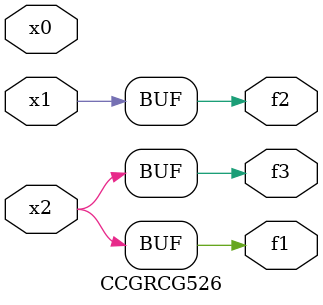
<source format=v>
module CCGRCG526(
	input x0, x1, x2,
	output f1, f2, f3
);
	assign f1 = x2;
	assign f2 = x1;
	assign f3 = x2;
endmodule

</source>
